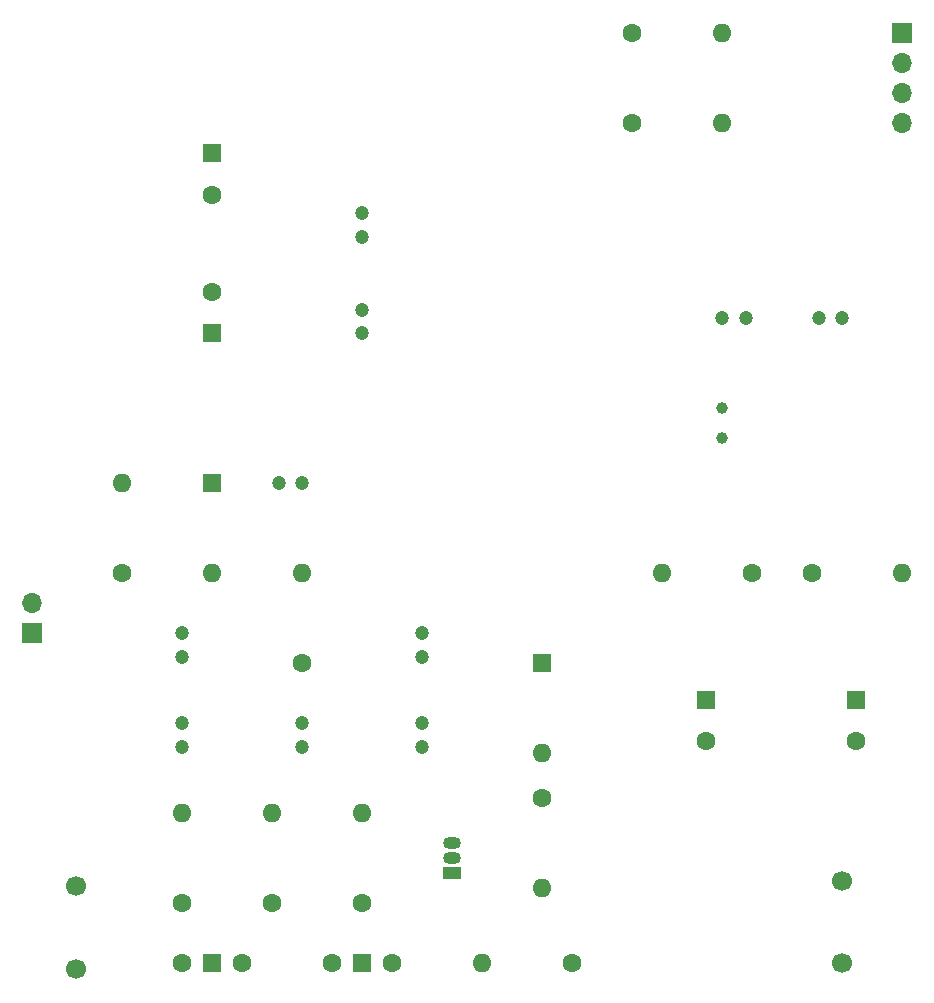
<source format=gbr>
%TF.GenerationSoftware,KiCad,Pcbnew,8.0.4*%
%TF.CreationDate,2024-11-30T00:07:58+09:00*%
%TF.ProjectId,radio_I2C,72616469-6f5f-4493-9243-2e6b69636164,rev?*%
%TF.SameCoordinates,Original*%
%TF.FileFunction,Soldermask,Bot*%
%TF.FilePolarity,Negative*%
%FSLAX46Y46*%
G04 Gerber Fmt 4.6, Leading zero omitted, Abs format (unit mm)*
G04 Created by KiCad (PCBNEW 8.0.4) date 2024-11-30 00:07:58*
%MOMM*%
%LPD*%
G01*
G04 APERTURE LIST*
%ADD10R,1.600000X1.600000*%
%ADD11C,1.600000*%
%ADD12R,1.700000X1.700000*%
%ADD13O,1.700000X1.700000*%
%ADD14O,1.600000X1.600000*%
%ADD15R,1.500000X1.500000*%
%ADD16C,1.200000*%
%ADD17C,1.000000*%
%ADD18C,1.700000*%
%ADD19R,1.500000X1.050000*%
%ADD20O,1.500000X1.050000*%
G04 APERTURE END LIST*
D10*
%TO.C,C8*%
X184040000Y-104700000D03*
D11*
X184040000Y-108200000D03*
%TD*%
D12*
%TO.C,J4*%
X114300000Y-99060000D03*
D13*
X114300000Y-96520000D03*
%TD*%
D10*
%TO.C,D2*%
X129540000Y-86360000D03*
D14*
X121920000Y-86360000D03*
%TD*%
D15*
%TO.C,SW2*%
X142240000Y-127000000D03*
D11*
X139700000Y-127000000D03*
X144780000Y-127000000D03*
%TD*%
D16*
%TO.C,C6*%
X172720000Y-72390000D03*
X174720000Y-72390000D03*
%TD*%
%TO.C,C5*%
X180880000Y-72390000D03*
X182880000Y-72390000D03*
%TD*%
D10*
%TO.C,C9*%
X129540000Y-58420000D03*
D11*
X129540000Y-61920000D03*
%TD*%
D12*
%TO.C,J1*%
X187960000Y-48260000D03*
D13*
X187960000Y-50800000D03*
X187960000Y-53340000D03*
X187960000Y-55880000D03*
%TD*%
D17*
%TO.C,Y1*%
X172720000Y-82550000D03*
X172720000Y-80010000D03*
%TD*%
D16*
%TO.C,C3*%
X137160000Y-108680000D03*
X137160000Y-106680000D03*
%TD*%
D15*
%TO.C,SW1*%
X129540000Y-127000000D03*
D11*
X127000000Y-127000000D03*
X132080000Y-127000000D03*
%TD*%
%TO.C,L1*%
X127000000Y-121920000D03*
D14*
X127000000Y-114300000D03*
%TD*%
D11*
%TO.C,R10*%
X121920000Y-93980000D03*
D14*
X129540000Y-93980000D03*
%TD*%
D11*
%TO.C,R8*%
X157480000Y-113030000D03*
D14*
X157480000Y-120650000D03*
%TD*%
D11*
%TO.C,R1*%
X165100000Y-48260000D03*
D14*
X172720000Y-48260000D03*
%TD*%
D18*
%TO.C,J2*%
X182880000Y-120000000D03*
X182880000Y-127000000D03*
%TD*%
D16*
%TO.C,C2*%
X142240000Y-73660000D03*
X142240000Y-71660000D03*
%TD*%
%TO.C,C12*%
X147320000Y-99060000D03*
X147320000Y-101060000D03*
%TD*%
%TO.C,C4*%
X142240000Y-65500000D03*
X142240000Y-63500000D03*
%TD*%
%TO.C,C11*%
X147320000Y-108680000D03*
X147320000Y-106680000D03*
%TD*%
%TO.C,C13*%
X127000000Y-101060000D03*
X127000000Y-99060000D03*
%TD*%
D10*
%TO.C,C7*%
X171340000Y-104700000D03*
D11*
X171340000Y-108200000D03*
%TD*%
D16*
%TO.C,C1*%
X127000000Y-108680000D03*
X127000000Y-106680000D03*
%TD*%
D10*
%TO.C,C10*%
X129540000Y-73660000D03*
D11*
X129540000Y-70160000D03*
%TD*%
D19*
%TO.C,Q1*%
X149860000Y-119380000D03*
D20*
X149860000Y-118110000D03*
X149860000Y-116840000D03*
%TD*%
D11*
%TO.C,R2*%
X165100000Y-55880000D03*
D14*
X172720000Y-55880000D03*
%TD*%
D10*
%TO.C,D1*%
X157480000Y-101600000D03*
D14*
X157480000Y-109220000D03*
%TD*%
D16*
%TO.C,C14*%
X135160000Y-86360000D03*
X137160000Y-86360000D03*
%TD*%
D11*
%TO.C,R9*%
X137160000Y-101600000D03*
D14*
X137160000Y-93980000D03*
%TD*%
D11*
%TO.C,R7*%
X160020000Y-127000000D03*
D14*
X152400000Y-127000000D03*
%TD*%
D11*
%TO.C,R6*%
X134620000Y-121920000D03*
D14*
X134620000Y-114300000D03*
%TD*%
D11*
%TO.C,R5*%
X142240000Y-121920000D03*
D14*
X142240000Y-114300000D03*
%TD*%
D18*
%TO.C,J3*%
X118000000Y-120480000D03*
X118000000Y-127480000D03*
%TD*%
D11*
%TO.C,R3*%
X175260000Y-93980000D03*
D14*
X167640000Y-93980000D03*
%TD*%
D11*
%TO.C,R4*%
X180340000Y-93980000D03*
D14*
X187960000Y-93980000D03*
%TD*%
M02*

</source>
